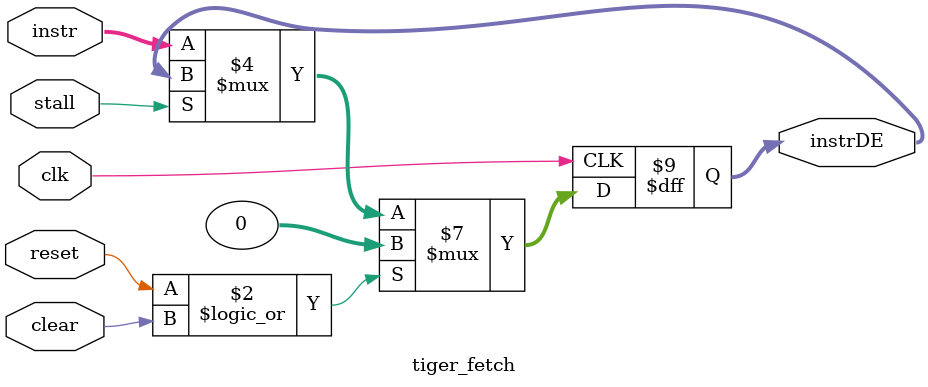
<source format=v>
/*
  This work by Simon Moore and Gregory Chadwick is licenced under the
  Creative Commons Attribution-Non-Commercial-Share Alike 2.0
  UK: England & Wales License.

  To view a copy of this licence, visit:
     http://creativecommons.org/licenses/by-nc-sa/2.0/uk/
  or send a letter to:
     Creative Commons,
     171 Second Street,
     Suite 300,
     San Francisco,
     California 94105,
     USA.
*/
`include "../tiger_defines.v"

module	tiger_fetch(
	input clk,					// clock signal
	input reset,				// reset signal
	input stall,				// whether this unit is stalled on the pipeline
	input clear,				// clear signal

	input [31:0] instr,			// instruction loaded from memory

	output reg [31:0] instrDE	// output instruction
);
	
	always @(posedge clk)
	begin
		if( reset || clear) begin
			instrDE <= 0;
		end else if( stall ) begin
			//Stall instrDE
		end else begin
			instrDE <= instr;
		end
	end
endmodule 
</source>
